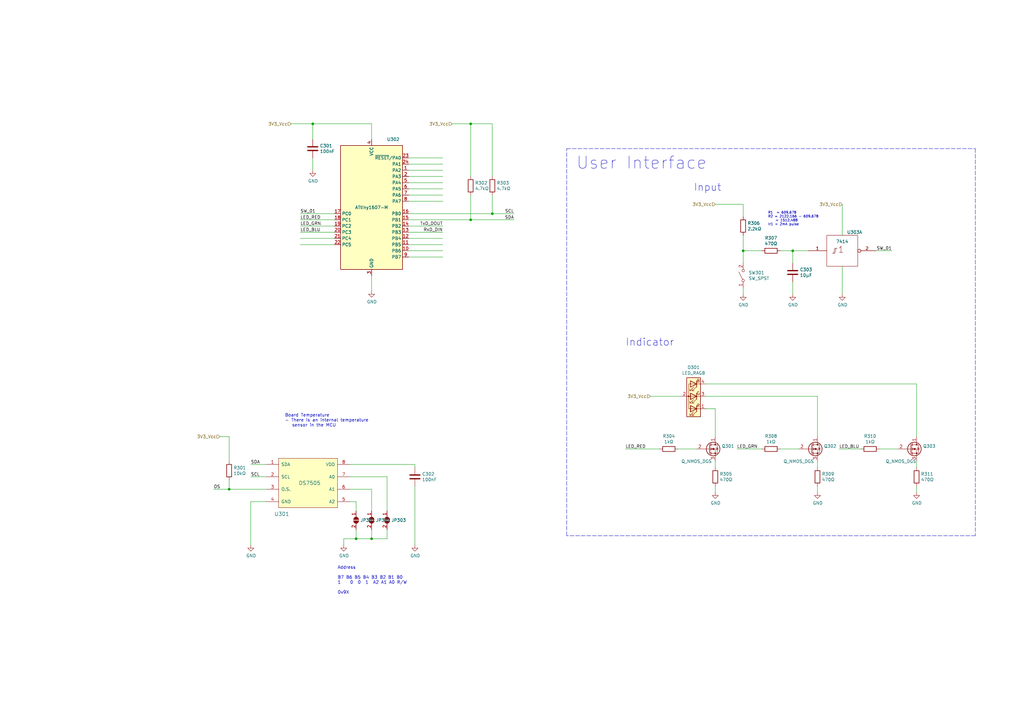
<source format=kicad_sch>
(kicad_sch (version 20211123) (generator eeschema)
  (paper "A3")
  (lib_symbols
    (symbol "74xx_IEEE:7414" (pin_names (offset 0.762))
      (property "Reference" "U" (at 3.81 7.62 0))
      (property "Value" "7414" (at 5.08 -7.62 0))
      (symbol "7414_0_0"
        (polyline (pts (xy -4.064 -1.016) (xy -3.048 -1.016) (xy -2.54 1.016) (xy -2.032 1.016) (xy -3.048 1.016) (xy -3.556 -1.016) (xy -3.556 -1.016)))
        (text "1" (at -0.508 0.508 0) (effects (font (size 2.54 2.54))))
      )
      (symbol "7414_0_1"
        (rectangle (start -6.35 6.35) (end 6.35 -6.35))
        (pin power_in line (at 0 6.35 270) (length 0) hide (name "Vcc") (number "14"))
        (pin power_in line (at 0 -6.35 90) (length 0) hide (name "Gnd") (number "7"))
      )
      (symbol "7414_1_1"
        (pin input line (at -13.97 0 0) (length 7.62) (name "~") (number "1"))
        (pin output inverted (at 13.97 0 180) (length 7.62) (name "~") (number "2"))
      )
      (symbol "7414_2_1"
        (pin input line (at -13.97 0 0) (length 7.62) (name "~") (number "3"))
        (pin output inverted (at 13.97 0 180) (length 7.62) (name "~") (number "4"))
      )
      (symbol "7414_3_1"
        (pin input line (at -13.97 0 0) (length 7.62) (name "~") (number "5"))
        (pin output inverted (at 13.97 0 180) (length 7.62) (name "~") (number "6"))
      )
      (symbol "7414_4_1"
        (pin output inverted (at 13.97 0 180) (length 7.62) (name "~") (number "8"))
        (pin input line (at -13.97 0 0) (length 7.62) (name "~") (number "9"))
      )
      (symbol "7414_5_1"
        (pin output inverted (at 13.97 0 180) (length 7.62) (name "~") (number "10"))
        (pin input line (at -13.97 0 0) (length 7.62) (name "~") (number "11"))
      )
      (symbol "7414_6_1"
        (pin output inverted (at 13.97 0 180) (length 7.62) (name "~") (number "12"))
        (pin input line (at -13.97 0 0) (length 7.62) (name "~") (number "13"))
      )
    )
    (symbol "Device:C" (pin_numbers hide) (pin_names (offset 0.254))
      (property "Reference" "C" (at 0.635 2.54 0))
      (property "Value" "C" (at 0.635 -2.54 0))
      (symbol "C_0_1"
        (polyline (pts (xy -2.032 -0.762) (xy 2.032 -0.762)) (stroke (width 0.508)))
        (polyline (pts (xy -2.032 0.762) (xy 2.032 0.762)) (stroke (width 0.508)))
      )
      (symbol "C_1_1"
        (pin passive line (at 0 3.81 270) (length 2.794) (name "~") (number "1"))
        (pin passive line (at 0 -3.81 90) (length 2.794) (name "~") (number "2"))
      )
    )
    (symbol "Device:LED_RAGB" (pin_names (offset 0) hide)
      (property "Reference" "D" (at 0 9.398 0))
      (property "Value" "LED_RAGB" (at 0 -8.89 0))
      (symbol "LED_RAGB_0_0"
        (text "B" (at -1.905 -6.35 0) (effects (font (size 1.27 1.27))))
        (text "G" (at -1.905 -1.27 0) (effects (font (size 1.27 1.27))))
        (text "R" (at -1.905 3.81 0) (effects (font (size 1.27 1.27))))
      )
      (symbol "LED_RAGB_0_1"
        (polyline (pts (xy -1.27 -5.08) (xy -2.54 -5.08)))
        (polyline (pts (xy -1.27 -5.08) (xy 1.27 -5.08)))
        (polyline (pts (xy -1.27 -3.81) (xy -1.27 -6.35)) (stroke (width 0.254)))
        (polyline (pts (xy -1.27 0) (xy -2.54 0)))
        (polyline (pts (xy -1.27 1.27) (xy -1.27 -1.27)) (stroke (width 0.254)))
        (polyline (pts (xy -1.27 5.08) (xy -2.54 5.08)))
        (polyline (pts (xy -1.27 5.08) (xy 1.27 5.08)))
        (polyline (pts (xy -1.27 6.35) (xy -1.27 3.81)) (stroke (width 0.254)))
        (polyline (pts (xy 1.27 0) (xy -1.27 0)))
        (polyline (pts (xy 1.27 0) (xy 2.54 0)))
        (polyline (pts (xy -1.27 1.27) (xy -1.27 -1.27) (xy -1.27 -1.27)))
        (polyline (pts (xy -1.27 6.35) (xy -1.27 3.81) (xy -1.27 3.81)))
        (polyline (pts (xy 1.27 -5.08) (xy 2.032 -5.08) (xy 2.032 5.08) (xy 1.27 5.08)))
        (polyline (pts (xy 1.27 -3.81) (xy 1.27 -6.35) (xy -1.27 -5.08) (xy 1.27 -3.81)) (stroke (width 0.254)))
        (polyline (pts (xy 1.27 1.27) (xy 1.27 -1.27) (xy -1.27 0) (xy 1.27 1.27)) (stroke (width 0.254)))
        (polyline (pts (xy 1.27 6.35) (xy 1.27 3.81) (xy -1.27 5.08) (xy 1.27 6.35)) (stroke (width 0.254)))
        (polyline (pts (xy -1.016 -3.81) (xy 0.508 -2.286) (xy -0.254 -2.286) (xy 0.508 -2.286) (xy 0.508 -3.048)))
        (polyline (pts (xy -1.016 1.27) (xy 0.508 2.794) (xy -0.254 2.794) (xy 0.508 2.794) (xy 0.508 2.032)))
        (polyline (pts (xy -1.016 6.35) (xy 0.508 7.874) (xy -0.254 7.874) (xy 0.508 7.874) (xy 0.508 7.112)))
        (polyline (pts (xy 0 -3.81) (xy 1.524 -2.286) (xy 0.762 -2.286) (xy 1.524 -2.286) (xy 1.524 -3.048)))
        (polyline (pts (xy 0 1.27) (xy 1.524 2.794) (xy 0.762 2.794) (xy 1.524 2.794) (xy 1.524 2.032)))
        (polyline (pts (xy 0 6.35) (xy 1.524 7.874) (xy 0.762 7.874) (xy 1.524 7.874) (xy 1.524 7.112)))
        (rectangle (start 1.27 -1.27) (end 1.27 1.27))
        (rectangle (start 1.27 1.27) (end 1.27 1.27))
        (rectangle (start 1.27 3.81) (end 1.27 6.35))
        (rectangle (start 1.27 6.35) (end 1.27 6.35))
        (circle (center 2.032 0) (radius 0.254) (fill (type outline)))
        (rectangle (start 2.794 8.382) (end -2.794 -7.62) (stroke (width 0.254)) (fill (type background)))
      )
      (symbol "LED_RAGB_1_1"
        (pin passive line (at -5.08 5.08 0) (length 2.54) (name "RK") (number "1"))
        (pin passive line (at 5.08 0 180) (length 2.54) (name "A") (number "2"))
        (pin passive line (at -5.08 0 0) (length 2.54) (name "GK") (number "3"))
        (pin passive line (at -5.08 -5.08 0) (length 2.54) (name "BK") (number "4"))
      )
    )
    (symbol "Device:Q_NMOS_DGS" (pin_names (offset 0) hide)
      (property "Reference" "Q" (at 5.08 1.27 0))
      (property "Value" "Q_NMOS_DGS" (at 5.08 -1.27 0))
      (symbol "Q_NMOS_DGS_0_1"
        (polyline (pts (xy 0.254 0) (xy -2.54 0)))
        (polyline (pts (xy 0.254 1.905) (xy 0.254 -1.905)) (stroke (width 0.254)))
        (polyline (pts (xy 0.762 -1.27) (xy 0.762 -2.286)) (stroke (width 0.254)))
        (polyline (pts (xy 0.762 0.508) (xy 0.762 -0.508)) (stroke (width 0.254)))
        (polyline (pts (xy 0.762 2.286) (xy 0.762 1.27)) (stroke (width 0.254)))
        (polyline (pts (xy 2.54 2.54) (xy 2.54 1.778)))
        (polyline (pts (xy 2.54 -2.54) (xy 2.54 0) (xy 0.762 0)))
        (polyline (pts (xy 0.762 -1.778) (xy 3.302 -1.778) (xy 3.302 1.778) (xy 0.762 1.778)))
        (polyline (pts (xy 1.016 0) (xy 2.032 0.381) (xy 2.032 -0.381) (xy 1.016 0)) (fill (type outline)))
        (polyline (pts (xy 2.794 0.508) (xy 2.921 0.381) (xy 3.683 0.381) (xy 3.81 0.254)))
        (polyline (pts (xy 3.302 0.381) (xy 2.921 -0.254) (xy 3.683 -0.254) (xy 3.302 0.381)))
        (circle (center 1.651 0) (radius 2.794) (stroke (width 0.254)))
        (circle (center 2.54 -1.778) (radius 0.254) (fill (type outline)))
        (circle (center 2.54 1.778) (radius 0.254) (fill (type outline)))
      )
      (symbol "Q_NMOS_DGS_1_1"
        (pin passive line (at 2.54 5.08 270) (length 2.54) (name "D") (number "1"))
        (pin input line (at -5.08 0 0) (length 2.54) (name "G") (number "2"))
        (pin passive line (at 2.54 -5.08 90) (length 2.54) (name "S") (number "3"))
      )
    )
    (symbol "Device:R" (pin_numbers hide) (pin_names (offset 0))
      (property "Reference" "R" (at 2.032 0 90))
      (property "Value" "R" (at 0 0 90))
      (symbol "R_0_1"
        (rectangle (start -1.016 -2.54) (end 1.016 2.54) (stroke (width 0.254)))
      )
      (symbol "R_1_1"
        (pin passive line (at 0 3.81 270) (length 1.27) (name "~") (number "1"))
        (pin passive line (at 0 -3.81 90) (length 1.27) (name "~") (number "2"))
      )
    )
    (symbol "FieldDevice_R3_Symbols:DS7505" (pin_names (offset 1.016))
      (property "Reference" "U" (at 8.89 -11.43 0))
      (property "Value" "DS7505" (at 0 8.89 0))
      (symbol "DS7505_1_1"
        (rectangle (start -12.7 10.16) (end 11.43 -10.16) (fill (type background)))
        (pin input line (at -17.78 7.62 0) (length 5.08) (name "SDA") (number "1"))
        (pin input line (at -17.78 2.54 0) (length 5.08) (name "SCL") (number "2"))
        (pin input line (at -17.78 -2.54 0) (length 5.08) (name "O.S.") (number "3"))
        (pin input line (at -17.78 -7.62 0) (length 5.08) (name "GND") (number "4"))
        (pin input line (at 16.51 -7.62 180) (length 5.08) (name "A2") (number "5"))
        (pin input line (at 16.51 -2.54 180) (length 5.08) (name "A1") (number "6"))
        (pin input line (at 16.51 2.54 180) (length 5.08) (name "A0") (number "7"))
        (pin input line (at 16.51 7.62 180) (length 5.08) (name "VDD") (number "8"))
      )
    )
    (symbol "Jumper:SolderJumper_2_Open" (pin_names (offset 0) hide)
      (property "Reference" "JP" (at 0 2.032 0))
      (property "Value" "SolderJumper_2_Open" (at 0 -2.54 0))
      (symbol "SolderJumper_2_Open_0_1"
        (arc (start -0.254 1.016) (mid -1.27 0) (end -0.254 -1.016))
        (arc (start -0.254 1.016) (mid -1.27 0) (end -0.254 -1.016) (fill (type outline)))
        (polyline (pts (xy -0.254 1.016) (xy -0.254 -1.016)))
        (polyline (pts (xy 0.254 1.016) (xy 0.254 -1.016)))
        (arc (start 0.254 -1.016) (mid 1.27 0) (end 0.254 1.016))
        (arc (start 0.254 -1.016) (mid 1.27 0) (end 0.254 1.016) (fill (type outline)))
      )
      (symbol "SolderJumper_2_Open_1_1"
        (pin passive line (at -3.81 0 0) (length 2.54) (name "A") (number "1"))
        (pin passive line (at 3.81 0 180) (length 2.54) (name "B") (number "2"))
      )
    )
    (symbol "MCU_Microchip_ATtiny:ATtiny1607-M"
      (property "Reference" "U" (at -12.7 26.67 0))
      (property "Value" "ATtiny1607-M" (at 2.54 -26.67 0))
      (symbol "ATtiny1607-M_0_1"
        (rectangle (start -12.7 -25.4) (end 12.7 25.4) (stroke (width 0.254)) (fill (type background)))
      )
      (symbol "ATtiny1607-M_1_1"
        (pin bidirectional line (at 15.24 15.24 180) (length 2.54) (name "PA2") (number "1"))
        (pin bidirectional line (at 15.24 -17.78 180) (length 2.54) (name "PB6") (number "10"))
        (pin bidirectional line (at 15.24 -15.24 180) (length 2.54) (name "PB5") (number "11"))
        (pin bidirectional line (at 15.24 -12.7 180) (length 2.54) (name "PB4") (number "12"))
        (pin bidirectional line (at 15.24 -10.16 180) (length 2.54) (name "PB3") (number "13"))
        (pin bidirectional line (at 15.24 -7.62 180) (length 2.54) (name "PB2") (number "14"))
        (pin bidirectional line (at 15.24 -5.08 180) (length 2.54) (name "PB1") (number "15"))
        (pin bidirectional line (at 15.24 -2.54 180) (length 2.54) (name "PB0") (number "16"))
        (pin bidirectional line (at -15.24 -2.54 0) (length 2.54) (name "PC0") (number "17"))
        (pin bidirectional line (at -15.24 -5.08 0) (length 2.54) (name "PC1") (number "18"))
        (pin bidirectional line (at -15.24 -7.62 0) (length 2.54) (name "PC2") (number "19"))
        (pin bidirectional line (at 15.24 12.7 180) (length 2.54) (name "PA3") (number "2"))
        (pin bidirectional line (at -15.24 -10.16 0) (length 2.54) (name "PC3") (number "20"))
        (pin bidirectional line (at -15.24 -12.7 0) (length 2.54) (name "PC4") (number "21"))
        (pin bidirectional line (at -15.24 -15.24 0) (length 2.54) (name "PC5") (number "22"))
        (pin bidirectional line (at 15.24 20.32 180) (length 2.54) (name "~{RESET}/PA0") (number "23"))
        (pin bidirectional line (at 15.24 17.78 180) (length 2.54) (name "PA1") (number "24"))
        (pin passive line (at 0 -27.94 90) (length 2.54) hide (name "GND") (number "25"))
        (pin power_in line (at 0 -27.94 90) (length 2.54) (name "GND") (number "3"))
        (pin power_in line (at 0 27.94 270) (length 2.54) (name "VCC") (number "4"))
        (pin bidirectional line (at 15.24 10.16 180) (length 2.54) (name "PA4") (number "5"))
        (pin bidirectional line (at 15.24 7.62 180) (length 2.54) (name "PA5") (number "6"))
        (pin bidirectional line (at 15.24 5.08 180) (length 2.54) (name "PA6") (number "7"))
        (pin bidirectional line (at 15.24 2.54 180) (length 2.54) (name "PA7") (number "8"))
        (pin bidirectional line (at 15.24 -20.32 180) (length 2.54) (name "PB7") (number "9"))
      )
    )
    (symbol "Switch:SW_SPST" (pin_names (offset 0) hide)
      (property "Reference" "SW" (at 0 3.175 0))
      (property "Value" "SW_SPST" (at 0 -2.54 0))
      (symbol "SW_SPST_0_0"
        (circle (center -2.032 0) (radius 0.508))
        (polyline (pts (xy -1.524 0.254) (xy 1.524 1.778)))
        (circle (center 2.032 0) (radius 0.508))
      )
      (symbol "SW_SPST_1_1"
        (pin passive line (at -5.08 0 0) (length 2.54) (name "A") (number "1"))
        (pin passive line (at 5.08 0 180) (length 2.54) (name "B") (number "2"))
      )
    )
    (symbol "power:GND" (power) (pin_names (offset 0))
      (property "Value" "GND" (at 0 -3.81 0))
      (symbol "GND_0_1"
        (polyline (pts (xy 0 0) (xy 0 -1.27) (xy 1.27 -1.27) (xy 0 -2.54) (xy -1.27 -1.27) (xy 0 -1.27)))
      )
      (symbol "GND_1_1"
        (pin power_in line (at 0 0 270) (length 0) hide (name "GND") (number "1"))
      )
    )
  )
  (junction (at 304.8 102.87))
  (junction (at 193.04 50.8))
  (junction (at 93.98 200.66))
  (junction (at 201.93 87.63))
  (junction (at 152.4 220.98))
  (junction (at 193.04 90.17))
  (junction (at 325.12 102.87))
  (junction (at 146.05 220.98))
  (junction (at 128.27 50.8))
  (wire (pts (xy 146.05 217.17) (xy 146.05 220.98)))
  (wire (pts (xy 109.22 195.58) (xy 102.87 195.58)))
  (wire (pts (xy 109.22 190.5) (xy 102.87 190.5)))
  (wire (pts (xy 102.87 205.74) (xy 102.87 223.52)))
  (wire (pts (xy 359.41 102.87) (xy 365.76 102.87)))
  (wire (pts (xy 167.64 72.39) (xy 181.61 72.39)))
  (wire (pts (xy 170.18 190.5) (xy 170.18 191.77)))
  (wire (pts (xy 143.51 205.74) (xy 146.05 205.74)))
  (wire (pts (xy 368.3 184.15) (xy 360.68 184.15)))
  (wire (pts (xy 375.92 189.23) (xy 375.92 191.77)))
  (wire (pts (xy 304.8 102.87) (xy 304.8 107.95)))
  (wire (pts (xy 325.12 115.57) (xy 325.12 120.65)))
  (wire (pts (xy 289.56 167.64) (xy 293.37 167.64)))
  (wire (pts (xy 152.4 113.03) (xy 152.4 119.38)))
  (wire (pts (xy 201.93 50.8) (xy 193.04 50.8)))
  (wire (pts (xy 143.51 195.58) (xy 158.75 195.58)))
  (wire (pts (xy 375.92 157.48) (xy 375.92 179.07)))
  (wire (pts (xy 146.05 205.74) (xy 146.05 209.55)))
  (wire (pts (xy 312.42 184.15) (xy 302.26 184.15)))
  (wire (pts (xy 193.04 90.17) (xy 193.04 80.01)))
  (wire (pts (xy 158.75 220.98) (xy 152.4 220.98)))
  (wire (pts (xy 123.19 95.25) (xy 137.16 95.25)))
  (wire (pts (xy 270.51 184.15) (xy 256.54 184.15)))
  (wire (pts (xy 140.97 220.98) (xy 140.97 223.52)))
  (wire (pts (xy 146.05 220.98) (xy 140.97 220.98)))
  (wire (pts (xy 167.64 69.85) (xy 181.61 69.85)))
  (wire (pts (xy 327.66 184.15) (xy 320.04 184.15)))
  (wire (pts (xy 143.51 190.5) (xy 170.18 190.5)))
  (wire (pts (xy 93.98 200.66) (xy 93.98 196.85)))
  (wire (pts (xy 123.19 87.63) (xy 137.16 87.63)))
  (wire (pts (xy 123.19 92.71) (xy 137.16 92.71)))
  (wire (pts (xy 152.4 220.98) (xy 146.05 220.98)))
  (wire (pts (xy 201.93 87.63) (xy 210.82 87.63)))
  (wire (pts (xy 109.22 200.66) (xy 93.98 200.66)))
  (wire (pts (xy 93.98 179.07) (xy 90.17 179.07)))
  (wire (pts (xy 289.56 162.56) (xy 335.28 162.56)))
  (wire (pts (xy 285.75 184.15) (xy 278.13 184.15)))
  (wire (pts (xy 193.04 50.8) (xy 185.42 50.8)))
  (wire (pts (xy 93.98 189.23) (xy 93.98 179.07)))
  (wire (pts (xy 345.44 83.82) (xy 345.44 96.52)))
  (wire (pts (xy 304.8 102.87) (xy 312.42 102.87)))
  (polyline (pts (xy 400.05 219.71) (xy 232.41 219.71)))
  (wire (pts (xy 375.92 199.39) (xy 375.92 201.93)))
  (wire (pts (xy 193.04 72.39) (xy 193.04 50.8)))
  (wire (pts (xy 167.64 90.17) (xy 193.04 90.17)))
  (wire (pts (xy 158.75 217.17) (xy 158.75 220.98)))
  (wire (pts (xy 167.64 67.31) (xy 181.61 67.31)))
  (wire (pts (xy 167.64 105.41) (xy 181.61 105.41)))
  (wire (pts (xy 304.8 96.52) (xy 304.8 102.87)))
  (wire (pts (xy 279.4 162.56) (xy 266.7 162.56)))
  (wire (pts (xy 167.64 100.33) (xy 181.61 100.33)))
  (wire (pts (xy 201.93 80.01) (xy 201.93 87.63)))
  (polyline (pts (xy 232.41 60.96) (xy 400.05 60.96)))
  (wire (pts (xy 293.37 167.64) (xy 293.37 179.07)))
  (wire (pts (xy 167.64 97.79) (xy 181.61 97.79)))
  (polyline (pts (xy 400.05 60.96) (xy 400.05 219.71)))
  (wire (pts (xy 167.64 102.87) (xy 181.61 102.87)))
  (wire (pts (xy 93.98 200.66) (xy 87.63 200.66)))
  (wire (pts (xy 304.8 83.82) (xy 304.8 88.9)))
  (wire (pts (xy 345.44 109.22) (xy 345.44 120.65)))
  (wire (pts (xy 167.64 92.71) (xy 181.61 92.71)))
  (wire (pts (xy 109.22 205.74) (xy 102.87 205.74)))
  (wire (pts (xy 143.51 200.66) (xy 152.4 200.66)))
  (wire (pts (xy 128.27 64.77) (xy 128.27 69.85)))
  (wire (pts (xy 152.4 217.17) (xy 152.4 220.98)))
  (wire (pts (xy 123.19 90.17) (xy 137.16 90.17)))
  (wire (pts (xy 325.12 102.87) (xy 325.12 107.95)))
  (wire (pts (xy 167.64 87.63) (xy 201.93 87.63)))
  (wire (pts (xy 170.18 199.39) (xy 170.18 223.52)))
  (wire (pts (xy 128.27 50.8) (xy 119.38 50.8)))
  (wire (pts (xy 167.64 77.47) (xy 181.61 77.47)))
  (wire (pts (xy 304.8 118.11) (xy 304.8 120.65)))
  (wire (pts (xy 167.64 95.25) (xy 181.61 95.25)))
  (wire (pts (xy 289.56 157.48) (xy 375.92 157.48)))
  (wire (pts (xy 335.28 189.23) (xy 335.28 191.77)))
  (wire (pts (xy 325.12 102.87) (xy 331.47 102.87)))
  (wire (pts (xy 167.64 64.77) (xy 181.61 64.77)))
  (wire (pts (xy 158.75 195.58) (xy 158.75 209.55)))
  (wire (pts (xy 128.27 57.15) (xy 128.27 50.8)))
  (wire (pts (xy 201.93 72.39) (xy 201.93 50.8)))
  (wire (pts (xy 320.04 102.87) (xy 325.12 102.87)))
  (wire (pts (xy 167.64 80.01) (xy 181.61 80.01)))
  (wire (pts (xy 152.4 57.15) (xy 152.4 50.8)))
  (wire (pts (xy 293.37 83.82) (xy 304.8 83.82)))
  (wire (pts (xy 167.64 82.55) (xy 181.61 82.55)))
  (wire (pts (xy 335.28 162.56) (xy 335.28 179.07)))
  (wire (pts (xy 293.37 189.23) (xy 293.37 191.77)))
  (wire (pts (xy 123.19 97.79) (xy 137.16 97.79)))
  (wire (pts (xy 152.4 200.66) (xy 152.4 209.55)))
  (wire (pts (xy 335.28 199.39) (xy 335.28 201.93)))
  (wire (pts (xy 152.4 50.8) (xy 128.27 50.8)))
  (wire (pts (xy 123.19 100.33) (xy 137.16 100.33)))
  (wire (pts (xy 353.06 184.15) (xy 344.17 184.15)))
  (wire (pts (xy 167.64 74.93) (xy 181.61 74.93)))
  (wire (pts (xy 293.37 199.39) (xy 293.37 201.93)))
  (wire (pts (xy 193.04 90.17) (xy 210.82 90.17)))
  (polyline (pts (xy 232.41 219.71) (xy 232.41 60.96)))
  (text "Board Temperature\n- There is an internal temperature \n   sensor in the MCU" (at 116.84 175.26 0) (effects (font (size 1.27 1.27)) (justify left bottom)))
  (text "Address\n\nB7 B6 B5 B4 B3 B2 B1 B0\n1    0  0  1  A2 A1 A0 R/W\n\n0x9X" (at 138.43 243.84 0) (effects (font (size 1.27 1.27)) (justify left bottom)))
  (text "Input" (at 284.48 78.74 0) (effects (font (size 2.9972 2.9972)) (justify left bottom)))
  (text "R1  = 609.678\nR2 = 2122.166 - 609.678\n    = 1512.488\nIr1 = 2mA pulse\n" (at 314.96 92.71 0) (effects (font (size 0.9906 0.9906)) (justify left bottom)))
  (text "User Interface" (at 236.22 69.85 0) (effects (font (size 5.0038 5.0038)) (justify left bottom)))
  (text "Indicator" (at 256.54 142.24 0) (effects (font (size 2.9972 2.9972)) (justify left bottom)))
  (label "SDA" (at 102.87 190.5 0))
  (label "LED_RED" (at 256.54 184.15 0))
  (label "LED_GRN" (at 123.19 92.71 0))
  (label "TxD_DOUT" (at 181.61 92.71 180))
  (label "SCL" (at 210.82 87.63 180))
  (label "SCL" (at 102.87 195.58 0))
  (label "RxD_DIN" (at 181.61 95.25 180))
  (label "SW_01" (at 123.19 87.63 0))
  (label "OS" (at 87.63 200.66 0))
  (label "SDA" (at 210.82 90.17 180))
  (label "LED_BLU" (at 344.17 184.15 0))
  (label "LED_BLU" (at 123.19 95.25 0))
  (label "LED_RED" (at 123.19 90.17 0))
  (label "LED_GRN" (at 302.26 184.15 0))
  (label "SW_01" (at 365.76 102.87 180))
  (hierarchical_label "3V3_Vcc" (shape input) (at 185.42 50.8 180))
  (hierarchical_label "3V3_Vcc" (shape input) (at 119.38 50.8 180))
  (hierarchical_label "3V3_Vcc" (shape input) (at 345.44 83.82 180))
  (hierarchical_label "3V3_Vcc" (shape input) (at 293.37 83.82 180))
  (hierarchical_label "3V3_Vcc" (shape input) (at 90.17 179.07 180))
  (hierarchical_label "3V3_Vcc" (shape input) (at 266.7 162.56 180))
  (symbol (lib_id "power:GND") (at 152.4 119.38 0) (unit 1)
    (property "Reference" "#PWR0304" (effects hide))
    (property "Value" "GND" (at 152.527 123.7742 0))
  )
  (symbol (lib_id "MCU_Microchip_ATtiny:ATtiny1607-M") (at 152.4 85.09 0) (unit 1)
    (property "Reference" "U302" (at 161.29 57.15 0))
    (property "Value" "ATtiny1607-M" (at 152.4 85.09 0))
    (property "Footprint" "Package_DFN_QFN:QFN-24-1EP_4x4mm_P0.5mm_EP2.6x2.6mm" (effects hide))
    (property "Datasheet" "http://ww1.microchip.com/downloads/en/DeviceDoc/ATtiny807_1607-Data-Sheet-40002030A.pdf" (effects hide))
  )
  (symbol (lib_id "Device:R") (at 93.98 193.04 0) (unit 1)
    (property "Reference" "R301" (at 95.758 191.8716 0) (effects (justify left)))
    (property "Value" "10kΩ" (at 95.758 194.183 0) (effects (justify left)))
    (property "Footprint" "Resistor_SMD:R_0805_2012Metric" (effects hide))
  )
  (symbol (lib_id "Device:C") (at 170.18 195.58 0) (unit 1)
    (property "Reference" "C302" (at 173.101 194.4116 0) (effects (justify left)))
    (property "Value" "100nF" (at 173.101 196.723 0) (effects (justify left)))
    (property "Footprint" "Capacitor_SMD:C_0805_2012Metric" (effects hide))
  )
  (symbol (lib_id "power:GND") (at 170.18 223.52 0) (unit 1)
    (property "Reference" "#PWR0305" (effects hide))
    (property "Value" "GND" (at 170.307 227.9142 0))
  )
  (symbol (lib_id "Jumper:SolderJumper_2_Open") (at 146.05 213.36 270) (unit 1)
    (property "Reference" "JP301" (at 147.7772 213.36 90) (effects (justify left)))
    (property "Value" "SolderJumper_2_Open" (effects hide))
  )
  (symbol (lib_id "Jumper:SolderJumper_2_Open") (at 152.4 213.36 270) (unit 1)
    (property "Reference" "JP302" (at 154.1272 213.36 90) (effects (justify left)))
    (property "Value" "SolderJumper_2_Open" (effects hide))
  )
  (symbol (lib_id "Jumper:SolderJumper_2_Open") (at 158.75 213.36 270) (unit 1)
    (property "Reference" "JP303" (at 160.4772 213.36 90) (effects (justify left)))
    (property "Value" "SolderJumper_2_Open" (effects hide))
  )
  (symbol (lib_id "power:GND") (at 140.97 223.52 0) (unit 1)
    (property "Reference" "#PWR0303" (effects hide))
    (property "Value" "GND" (at 141.097 227.9142 0))
  )
  (symbol (lib_id "power:GND") (at 102.87 223.52 0) (unit 1)
    (property "Reference" "#PWR0301" (effects hide))
    (property "Value" "GND" (at 102.997 227.9142 0))
  )
  (symbol (lib_id "Device:C") (at 128.27 60.96 0) (unit 1)
    (property "Reference" "C301" (at 131.191 59.7916 0) (effects (justify left)))
    (property "Value" "100nF" (at 131.191 62.103 0) (effects (justify left)))
    (property "Footprint" "Capacitor_SMD:C_0805_2012Metric" (effects hide))
  )
  (symbol (lib_id "power:GND") (at 128.27 69.85 0) (unit 1)
    (property "Reference" "#PWR0302" (effects hide))
    (property "Value" "GND" (at 128.397 74.2442 0))
  )
  (symbol (lib_id "FieldDevice_R3_Symbols:DS7505") (at 127 198.12 0) (unit 1)
    (property "Reference" "U301" (at 115.57 210.82 0) (effects (font (size 1.524 1.524))))
    (property "Value" "DS7505" (at 127 198.12 0) (effects (font (size 1.524 1.524))))
    (property "Datasheet" "https://datasheets.maximintegrated.com/en/ds/DS7505.pdf" (effects hide))
  )
  (symbol (lib_id "Switch:SW_SPST") (at 304.8 113.03 90) (unit 1)
    (property "Reference" "SW301" (at 307.0352 111.8616 90) (effects (justify right)))
    (property "Value" "SW_SPST" (at 307.0352 114.173 90) (effects (justify right)))
  )
  (symbol (lib_id "74xx_IEEE:7414") (at 345.44 102.87 0) (unit 1)
    (property "Reference" "U303" (at 350.52 95.25 0))
    (property "Value" "7414" (at 345.44 99.06 0))
  )
  (symbol (lib_id "Device:LED_RAGB") (at 284.48 162.56 180) (unit 1)
    (property "Reference" "D301" (at 284.48 150.6982 0))
    (property "Value" "LED_RAGB" (at 284.48 153.0096 0))
  )
  (symbol (lib_id "power:GND") (at 345.44 120.65 0) (unit 1)
    (property "Reference" "#PWR0310" (effects hide))
    (property "Value" "GND" (at 345.567 125.0442 0))
  )
  (symbol (lib_id "Device:R") (at 304.8 92.71 0) (unit 1)
    (property "Reference" "R306" (at 306.578 91.5416 0) (effects (justify left)))
    (property "Value" "2.2kΩ" (at 306.578 93.853 0) (effects (justify left)))
    (property "Footprint" "Resistor_SMD:R_0805_2012Metric" (effects hide))
  )
  (symbol (lib_id "Device:R") (at 316.23 102.87 270) (unit 1)
    (property "Reference" "R307" (at 316.23 97.6122 90))
    (property "Value" "470Ω" (at 316.23 99.9236 90))
    (property "Footprint" "Resistor_SMD:R_0805_2012Metric" (effects hide))
  )
  (symbol (lib_id "Device:C") (at 325.12 111.76 0) (unit 1)
    (property "Reference" "C303" (at 328.041 110.5916 0) (effects (justify left)))
    (property "Value" "10μF" (at 328.041 112.903 0) (effects (justify left)))
    (property "Footprint" "Capacitor_SMD:C_0805_2012Metric" (effects hide))
  )
  (symbol (lib_id "power:GND") (at 325.12 120.65 0) (unit 1)
    (property "Reference" "#PWR0308" (effects hide))
    (property "Value" "GND" (at 325.247 125.0442 0))
  )
  (symbol (lib_id "Device:R") (at 274.32 184.15 270) (unit 1)
    (property "Reference" "R304" (at 274.32 178.8922 90))
    (property "Value" "1kΩ" (at 274.32 181.2036 90))
    (property "Footprint" "Resistor_SMD:R_0805_2012Metric" (effects hide))
  )
  (symbol (lib_id "power:GND") (at 304.8 120.65 0) (unit 1)
    (property "Reference" "#PWR0307" (effects hide))
    (property "Value" "GND" (at 304.927 125.0442 0))
  )
  (symbol (lib_id "Device:R") (at 316.23 184.15 270) (unit 1)
    (property "Reference" "R308" (at 316.23 178.8922 90))
    (property "Value" "1kΩ" (at 316.23 181.2036 90))
    (property "Footprint" "Resistor_SMD:R_0805_2012Metric" (effects hide))
  )
  (symbol (lib_id "Device:R") (at 356.87 184.15 270) (unit 1)
    (property "Reference" "R310" (at 356.87 178.8922 90))
    (property "Value" "1kΩ" (at 356.87 181.2036 90))
    (property "Footprint" "Resistor_SMD:R_0805_2012Metric" (effects hide))
  )
  (symbol (lib_id "Device:Q_NMOS_DGS") (at 290.83 184.15 0) (unit 1)
    (property "Reference" "Q301" (at 296.0116 182.9816 0) (effects (justify left)))
    (property "Value" "Q_NMOS_DGS" (at 279.4 189.23 0) (effects (justify left)))
  )
  (symbol (lib_id "Device:Q_NMOS_DGS") (at 332.74 184.15 0) (unit 1)
    (property "Reference" "Q302" (at 337.9216 182.9816 0) (effects (justify left)))
    (property "Value" "Q_NMOS_DGS" (at 321.31 189.23 0) (effects (justify left)))
  )
  (symbol (lib_id "Device:Q_NMOS_DGS") (at 373.38 184.15 0) (unit 1)
    (property "Reference" "Q303" (at 378.5616 182.9816 0) (effects (justify left)))
    (property "Value" "Q_NMOS_DGS" (at 363.22 189.23 0) (effects (justify left)))
  )
  (symbol (lib_id "Device:R") (at 293.37 195.58 0) (unit 1)
    (property "Reference" "R305" (at 295.148 194.4116 0) (effects (justify left)))
    (property "Value" "470Ω" (at 295.148 196.723 0) (effects (justify left)))
    (property "Footprint" "Resistor_SMD:R_0805_2012Metric" (effects hide))
  )
  (symbol (lib_id "Device:R") (at 335.28 195.58 0) (unit 1)
    (property "Reference" "R309" (at 337.058 194.4116 0) (effects (justify left)))
    (property "Value" "470Ω" (at 337.058 196.723 0) (effects (justify left)))
    (property "Footprint" "Resistor_SMD:R_0805_2012Metric" (effects hide))
  )
  (symbol (lib_id "Device:R") (at 375.92 195.58 0) (unit 1)
    (property "Reference" "R311" (at 377.698 194.4116 0) (effects (justify left)))
    (property "Value" "470Ω" (at 377.698 196.723 0) (effects (justify left)))
    (property "Footprint" "Resistor_SMD:R_0805_2012Metric" (effects hide))
  )
  (symbol (lib_id "power:GND") (at 375.92 201.93 0) (unit 1)
    (property "Reference" "#PWR0311" (effects hide))
    (property "Value" "GND" (at 376.047 206.3242 0))
  )
  (symbol (lib_id "power:GND") (at 335.28 201.93 0) (unit 1)
    (property "Reference" "#PWR0309" (effects hide))
    (property "Value" "GND" (at 335.407 206.3242 0))
  )
  (symbol (lib_id "power:GND") (at 293.37 201.93 0) (unit 1)
    (property "Reference" "#PWR0306" (effects hide))
    (property "Value" "GND" (at 293.497 206.3242 0))
  )
  (symbol (lib_id "Device:R") (at 193.04 76.2 0) (unit 1)
    (property "Reference" "R302" (at 194.818 75.0316 0) (effects (justify left)))
    (property "Value" "4.7kΩ" (at 194.818 77.343 0) (effects (justify left)))
    (property "Footprint" "Resistor_SMD:R_0805_2012Metric" (effects hide))
  )
  (symbol (lib_id "Device:R") (at 201.93 76.2 0) (unit 1)
    (property "Reference" "R303" (at 203.708 75.0316 0) (effects (justify left)))
    (property "Value" "4.7kΩ" (at 203.708 77.343 0) (effects (justify left)))
    (property "Footprint" "Resistor_SMD:R_0805_2012Metric" (effects hide))
  )
)
</source>
